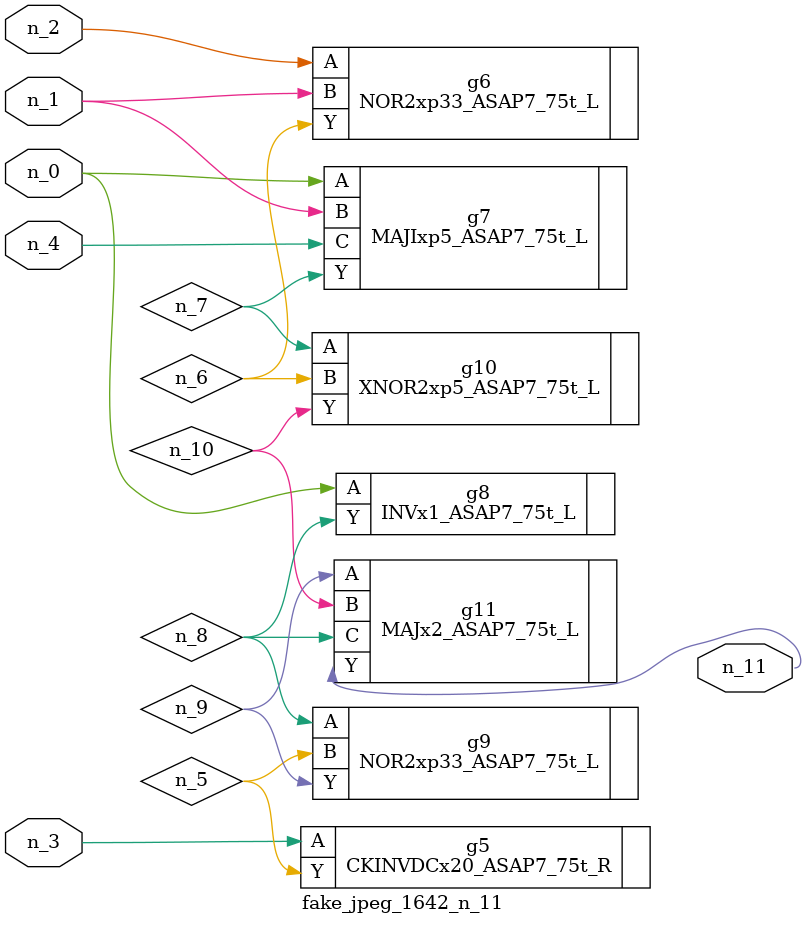
<source format=v>
module fake_jpeg_1642_n_11 (n_3, n_2, n_1, n_0, n_4, n_11);

input n_3;
input n_2;
input n_1;
input n_0;
input n_4;

output n_11;

wire n_10;
wire n_8;
wire n_9;
wire n_6;
wire n_5;
wire n_7;

CKINVDCx20_ASAP7_75t_R g5 ( 
.A(n_3),
.Y(n_5)
);

NOR2xp33_ASAP7_75t_L g6 ( 
.A(n_2),
.B(n_1),
.Y(n_6)
);

MAJIxp5_ASAP7_75t_L g7 ( 
.A(n_0),
.B(n_1),
.C(n_4),
.Y(n_7)
);

INVx1_ASAP7_75t_L g8 ( 
.A(n_0),
.Y(n_8)
);

NOR2xp33_ASAP7_75t_L g9 ( 
.A(n_8),
.B(n_5),
.Y(n_9)
);

MAJx2_ASAP7_75t_L g11 ( 
.A(n_9),
.B(n_10),
.C(n_8),
.Y(n_11)
);

XNOR2xp5_ASAP7_75t_L g10 ( 
.A(n_7),
.B(n_6),
.Y(n_10)
);


endmodule
</source>
